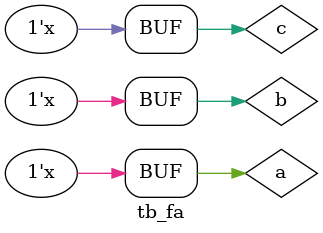
<source format=v>
module fa (
    input a,b,c, output sum,carry
);

assign sum=a^b^c;
assign carry = ((a&b)|(b&c)|(c&a));
    
endmodule

module tb_fa (
    
);
reg a,b,c;
wire sum,carry;
fa test(a,b,c,sum,carry);
  initial begin
     a=0;b=0;c=0;
//     #5 b=0;c=1;
//     #5 b=1;c=0;
//     #5 b=1;c=1;
//     #5 a=1;b=0;c=0;
//     #5 b=0;c=1;
//     #5 b=1;c=0;
//     #5 b=1;c=1;
//    $stop;
  end  

  always #8 a=~a;
  always #4 b=~b;
  always #2 c=~c; 
  
endmodule

</source>
